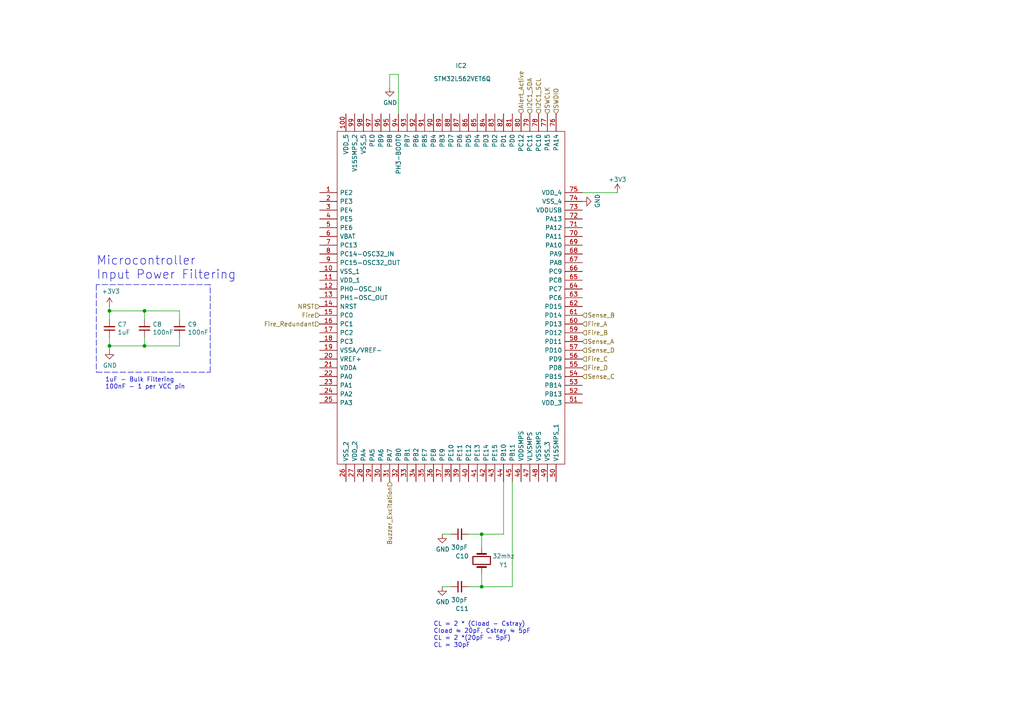
<source format=kicad_sch>
(kicad_sch (version 20211123) (generator eeschema)
  (paper "A4")
  (title_block (date "2021-10-05") (rev "v1.0.3"))
  (lib_symbols
    (symbol "Charges_KiCAD_Project-rescue:STM32L562VET6Q-SamacSys_Parts" (pin_names (offset 0.762))
      (property "Reference" "IC" (at 72.39 22.86 0))
      (property "Value" "STM32L562VET6Q-SamacSys_Parts" (at 72.39 20.32 0))
      (symbol "STM32L562VET6Q-SamacSys_Parts_0_0"
        (pin passive line (at 0 0 0) (length 5.08) (name "PE2") (number "1"))
        (pin passive line (at 0 -22.86 0) (length 5.08) (name "VSS_1") (number "10"))
        (pin passive line (at 7.62 22.86 270) (length 5.08) (name "VDD_5") (number "100"))
        (pin passive line (at 0 -25.4 0) (length 5.08) (name "VDD_1") (number "11"))
        (pin passive line (at 0 -27.94 0) (length 5.08) (name "PH0-OSC_IN") (number "12"))
        (pin passive line (at 0 -30.48 0) (length 5.08) (name "PH1-OSC_OUT") (number "13"))
        (pin passive line (at 0 -33.02 0) (length 5.08) (name "NRST") (number "14"))
        (pin passive line (at 0 -35.56 0) (length 5.08) (name "PC0") (number "15"))
        (pin passive line (at 0 -38.1 0) (length 5.08) (name "PC1") (number "16"))
        (pin passive line (at 0 -40.64 0) (length 5.08) (name "PC2") (number "17"))
        (pin passive line (at 0 -43.18 0) (length 5.08) (name "PC3") (number "18"))
        (pin passive line (at 0 -45.72 0) (length 5.08) (name "VSSA/VREF-") (number "19"))
        (pin passive line (at 0 -2.54 0) (length 5.08) (name "PE3") (number "2"))
        (pin passive line (at 0 -48.26 0) (length 5.08) (name "VREF+") (number "20"))
        (pin passive line (at 0 -50.8 0) (length 5.08) (name "VDDA") (number "21"))
        (pin passive line (at 0 -53.34 0) (length 5.08) (name "PA0") (number "22"))
        (pin passive line (at 0 -55.88 0) (length 5.08) (name "PA1") (number "23"))
        (pin passive line (at 0 -58.42 0) (length 5.08) (name "PA2") (number "24"))
        (pin passive line (at 0 -60.96 0) (length 5.08) (name "PA3") (number "25"))
        (pin passive line (at 7.62 -83.82 90) (length 5.08) (name "VSS_2") (number "26"))
        (pin passive line (at 10.16 -83.82 90) (length 5.08) (name "VDD_2") (number "27"))
        (pin passive line (at 12.7 -83.82 90) (length 5.08) (name "PA4") (number "28"))
        (pin passive line (at 15.24 -83.82 90) (length 5.08) (name "PA5") (number "29"))
        (pin passive line (at 0 -5.08 0) (length 5.08) (name "PE4") (number "3"))
        (pin passive line (at 17.78 -83.82 90) (length 5.08) (name "PA6") (number "30"))
        (pin passive line (at 20.32 -83.82 90) (length 5.08) (name "PA7") (number "31"))
        (pin passive line (at 22.86 -83.82 90) (length 5.08) (name "PB0") (number "32"))
        (pin passive line (at 25.4 -83.82 90) (length 5.08) (name "PB1") (number "33"))
        (pin passive line (at 27.94 -83.82 90) (length 5.08) (name "PB2") (number "34"))
        (pin passive line (at 30.48 -83.82 90) (length 5.08) (name "PE7") (number "35"))
        (pin passive line (at 33.02 -83.82 90) (length 5.08) (name "PE8") (number "36"))
        (pin passive line (at 35.56 -83.82 90) (length 5.08) (name "PE9") (number "37"))
        (pin passive line (at 38.1 -83.82 90) (length 5.08) (name "PE10") (number "38"))
        (pin passive line (at 40.64 -83.82 90) (length 5.08) (name "PE11") (number "39"))
        (pin passive line (at 0 -7.62 0) (length 5.08) (name "PE5") (number "4"))
        (pin passive line (at 43.18 -83.82 90) (length 5.08) (name "PE12") (number "40"))
        (pin passive line (at 45.72 -83.82 90) (length 5.08) (name "PE13") (number "41"))
        (pin passive line (at 48.26 -83.82 90) (length 5.08) (name "PE14") (number "42"))
        (pin passive line (at 50.8 -83.82 90) (length 5.08) (name "PE15") (number "43"))
        (pin passive line (at 53.34 -83.82 90) (length 5.08) (name "PB10") (number "44"))
        (pin passive line (at 55.88 -83.82 90) (length 5.08) (name "PB11") (number "45"))
        (pin passive line (at 58.42 -83.82 90) (length 5.08) (name "VDDSMPS") (number "46"))
        (pin passive line (at 60.96 -83.82 90) (length 5.08) (name "VLXSMPS") (number "47"))
        (pin passive line (at 63.5 -83.82 90) (length 5.08) (name "VSSSMPS") (number "48"))
        (pin passive line (at 66.04 -83.82 90) (length 5.08) (name "VSS_3") (number "49"))
        (pin passive line (at 0 -10.16 0) (length 5.08) (name "PE6") (number "5"))
        (pin passive line (at 68.58 -83.82 90) (length 5.08) (name "V15SMPS_1") (number "50"))
        (pin passive line (at 76.2 -60.96 180) (length 5.08) (name "VDD_3") (number "51"))
        (pin passive line (at 76.2 -58.42 180) (length 5.08) (name "PB13") (number "52"))
        (pin passive line (at 76.2 -55.88 180) (length 5.08) (name "PB14") (number "53"))
        (pin passive line (at 76.2 -53.34 180) (length 5.08) (name "PB15") (number "54"))
        (pin passive line (at 76.2 -50.8 180) (length 5.08) (name "PD8") (number "55"))
        (pin passive line (at 76.2 -48.26 180) (length 5.08) (name "PD9") (number "56"))
        (pin passive line (at 76.2 -45.72 180) (length 5.08) (name "PD10") (number "57"))
        (pin passive line (at 76.2 -43.18 180) (length 5.08) (name "PD11") (number "58"))
        (pin passive line (at 76.2 -40.64 180) (length 5.08) (name "PD12") (number "59"))
        (pin passive line (at 0 -12.7 0) (length 5.08) (name "VBAT") (number "6"))
        (pin passive line (at 76.2 -38.1 180) (length 5.08) (name "PD13") (number "60"))
        (pin passive line (at 76.2 -35.56 180) (length 5.08) (name "PD14") (number "61"))
        (pin passive line (at 76.2 -33.02 180) (length 5.08) (name "PD15") (number "62"))
        (pin passive line (at 76.2 -30.48 180) (length 5.08) (name "PC6") (number "63"))
        (pin passive line (at 76.2 -27.94 180) (length 5.08) (name "PC7") (number "64"))
        (pin passive line (at 76.2 -25.4 180) (length 5.08) (name "PC8") (number "65"))
        (pin passive line (at 76.2 -22.86 180) (length 5.08) (name "PC9") (number "66"))
        (pin passive line (at 76.2 -20.32 180) (length 5.08) (name "PA8") (number "67"))
        (pin passive line (at 76.2 -17.78 180) (length 5.08) (name "PA9") (number "68"))
        (pin passive line (at 76.2 -15.24 180) (length 5.08) (name "PA10") (number "69"))
        (pin passive line (at 0 -15.24 0) (length 5.08) (name "PC13") (number "7"))
        (pin passive line (at 76.2 -12.7 180) (length 5.08) (name "PA11") (number "70"))
        (pin passive line (at 76.2 -10.16 180) (length 5.08) (name "PA12") (number "71"))
        (pin passive line (at 76.2 -7.62 180) (length 5.08) (name "PA13") (number "72"))
        (pin passive line (at 76.2 -5.08 180) (length 5.08) (name "VDDUSB") (number "73"))
        (pin passive line (at 76.2 -2.54 180) (length 5.08) (name "VSS_4") (number "74"))
        (pin passive line (at 76.2 0 180) (length 5.08) (name "VDD_4") (number "75"))
        (pin passive line (at 68.58 22.86 270) (length 5.08) (name "PA14") (number "76"))
        (pin passive line (at 66.04 22.86 270) (length 5.08) (name "PA15") (number "77"))
        (pin passive line (at 63.5 22.86 270) (length 5.08) (name "PC10") (number "78"))
        (pin passive line (at 60.96 22.86 270) (length 5.08) (name "PC11") (number "79"))
        (pin passive line (at 0 -17.78 0) (length 5.08) (name "PC14-OSC32_IN") (number "8"))
        (pin passive line (at 58.42 22.86 270) (length 5.08) (name "PC12") (number "80"))
        (pin passive line (at 55.88 22.86 270) (length 5.08) (name "PD0") (number "81"))
        (pin passive line (at 53.34 22.86 270) (length 5.08) (name "PD1") (number "82"))
        (pin passive line (at 50.8 22.86 270) (length 5.08) (name "PD2") (number "83"))
        (pin passive line (at 48.26 22.86 270) (length 5.08) (name "PD3") (number "84"))
        (pin passive line (at 45.72 22.86 270) (length 5.08) (name "PD4") (number "85"))
        (pin passive line (at 43.18 22.86 270) (length 5.08) (name "PD5") (number "86"))
        (pin passive line (at 40.64 22.86 270) (length 5.08) (name "PD6") (number "87"))
        (pin passive line (at 38.1 22.86 270) (length 5.08) (name "PD7") (number "88"))
        (pin passive line (at 35.56 22.86 270) (length 5.08) (name "PB3") (number "89"))
        (pin passive line (at 0 -20.32 0) (length 5.08) (name "PC15-OSC32_OUT") (number "9"))
        (pin passive line (at 33.02 22.86 270) (length 5.08) (name "PB4") (number "90"))
        (pin passive line (at 30.48 22.86 270) (length 5.08) (name "PB5") (number "91"))
        (pin passive line (at 27.94 22.86 270) (length 5.08) (name "PB6") (number "92"))
        (pin passive line (at 25.4 22.86 270) (length 5.08) (name "PB7") (number "93"))
        (pin passive line (at 22.86 22.86 270) (length 5.08) (name "PH3-BOOT0") (number "94"))
        (pin passive line (at 20.32 22.86 270) (length 5.08) (name "PB8") (number "95"))
        (pin passive line (at 17.78 22.86 270) (length 5.08) (name "PB9") (number "96"))
        (pin passive line (at 15.24 22.86 270) (length 5.08) (name "PE0") (number "97"))
        (pin passive line (at 12.7 22.86 270) (length 5.08) (name "VSS_5") (number "98"))
        (pin passive line (at 10.16 22.86 270) (length 5.08) (name "V15SMPS_2") (number "99"))
      )
      (symbol "STM32L562VET6Q-SamacSys_Parts_0_1"
        (polyline (pts (xy 5.08 17.78) (xy 71.12 17.78) (xy 71.12 -78.74) (xy 5.08 -78.74) (xy 5.08 17.78)) (stroke (width 0.1524)))
      )
    )
    (symbol "Device:C_Small" (pin_numbers hide) (pin_names (offset 0.254) hide)
      (property "Reference" "C" (at 0.254 1.778 0))
      (property "Value" "C_Small" (at 0.254 -2.032 0))
      (symbol "C_Small_0_1"
        (polyline (pts (xy -1.524 -0.508) (xy 1.524 -0.508)) (stroke (width 0.3302)))
        (polyline (pts (xy -1.524 0.508) (xy 1.524 0.508)) (stroke (width 0.3048)))
      )
      (symbol "C_Small_1_1"
        (pin passive line (at 0 2.54 270) (length 2.032) (name "~") (number "1"))
        (pin passive line (at 0 -2.54 90) (length 2.032) (name "~") (number "2"))
      )
    )
    (symbol "Device:Crystal" (pin_numbers hide) (pin_names (offset 1.016) hide)
      (property "Reference" "Y" (at 0 3.81 0))
      (property "Value" "Crystal" (at 0 -3.81 0))
      (symbol "Crystal_0_1"
        (rectangle (start -1.143 2.54) (end 1.143 -2.54) (stroke (width 0.3048)))
        (polyline (pts (xy -2.54 0) (xy -1.905 0)))
        (polyline (pts (xy -1.905 -1.27) (xy -1.905 1.27)) (stroke (width 0.508)))
        (polyline (pts (xy 1.905 -1.27) (xy 1.905 1.27)) (stroke (width 0.508)))
        (polyline (pts (xy 2.54 0) (xy 1.905 0)))
      )
      (symbol "Crystal_1_1"
        (pin passive line (at -3.81 0 0) (length 1.27) (name "1") (number "1"))
        (pin passive line (at 3.81 0 180) (length 1.27) (name "2") (number "2"))
      )
    )
    (symbol "power:+3.3V" (power) (pin_names (offset 0))
      (property "Value" "+3.3V" (at 0 3.556 0))
      (symbol "+3.3V_0_1"
        (polyline (pts (xy -0.762 1.27) (xy 0 2.54)))
        (polyline (pts (xy 0 0) (xy 0 2.54)))
        (polyline (pts (xy 0 2.54) (xy 0.762 1.27)))
      )
      (symbol "+3.3V_1_1"
        (pin power_in line (at 0 0 90) (length 0) hide (name "+3V3") (number "1"))
      )
    )
    (symbol "power:GND" (power) (pin_names (offset 0))
      (property "Value" "GND" (at 0 -3.81 0))
      (symbol "GND_0_1"
        (polyline (pts (xy 0 0) (xy 0 -1.27) (xy 1.27 -1.27) (xy 0 -2.54) (xy -1.27 -1.27) (xy 0 -1.27)))
      )
      (symbol "GND_1_1"
        (pin power_in line (at 0 0 270) (length 0) hide (name "GND") (number "1"))
      )
    )
  )
  (junction (at 31.75 90.17))
  (junction (at 41.91 90.17))
  (junction (at 139.7 154.94))
  (junction (at 139.7 170.18))
  (junction (at 31.75 100.33))
  (junction (at 41.91 100.33))
  (polyline (pts (xy 27.94 107.95) (xy 60.96 107.95)))
  (wire (pts (xy 31.75 88.9) (xy 31.75 90.17)))
  (wire (pts (xy 41.91 100.33) (xy 52.07 100.33)))
  (wire (pts (xy 52.07 90.17) (xy 52.07 92.71)))
  (polyline (pts (xy 60.96 107.95) (xy 60.96 82.55)))
  (wire (pts (xy 130.81 154.94) (xy 128.27 154.94)))
  (wire (pts (xy 139.7 170.18) (xy 135.89 170.18)))
  (wire (pts (xy 148.59 170.18) (xy 139.7 170.18)))
  (wire (pts (xy 139.7 158.75) (xy 139.7 154.94)))
  (wire (pts (xy 148.59 139.7) (xy 148.59 170.18)))
  (wire (pts (xy 31.75 90.17) (xy 41.91 90.17)))
  (wire (pts (xy 31.75 100.33) (xy 41.91 100.33)))
  (wire (pts (xy 31.75 90.17) (xy 31.75 92.71)))
  (wire (pts (xy 139.7 154.94) (xy 135.89 154.94)))
  (wire (pts (xy 115.57 21.59) (xy 113.03 21.59)))
  (wire (pts (xy 146.05 139.7) (xy 146.05 154.94)))
  (wire (pts (xy 52.07 100.33) (xy 52.07 97.79)))
  (polyline (pts (xy 60.96 82.55) (xy 27.94 82.55)))
  (wire (pts (xy 41.91 90.17) (xy 41.91 92.71)))
  (wire (pts (xy 139.7 166.37) (xy 139.7 170.18)))
  (wire (pts (xy 41.91 97.79) (xy 41.91 100.33)))
  (wire (pts (xy 130.81 170.18) (xy 128.27 170.18)))
  (wire (pts (xy 115.57 33.02) (xy 115.57 21.59)))
  (wire (pts (xy 113.03 25.4) (xy 113.03 21.59)))
  (wire (pts (xy 31.75 101.6) (xy 31.75 100.33)))
  (wire (pts (xy 31.75 100.33) (xy 31.75 97.79)))
  (wire (pts (xy 146.05 154.94) (xy 139.7 154.94)))
  (wire (pts (xy 168.91 55.88) (xy 179.07 55.88)))
  (wire (pts (xy 41.91 90.17) (xy 52.07 90.17)))
  (polyline (pts (xy 27.94 82.55) (xy 27.94 107.95)))
  (text "1uF - Bulk Filtering\n100nF - 1 per VCC pin" (at 30.48 113.03 0) (effects (font (size 1.27 1.27)) (justify left bottom)))
  (text "CL = 2 * (Cload - Cstray)\nCload ≈ 20pF, Cstray ≈ 5pF\nCL = 2 *(20pF - 5pF)\nCL = 30pF" (at 125.73 187.96 0) (effects (font (size 1.27 1.27)) (justify left bottom)))
  (text "Microcontroller\nInput Power Filtering" (at 27.94 81.28 0) (effects (font (size 2.54 2.54)) (justify left bottom)))
  (hierarchical_label "SWDIO" (shape input) (at 161.29 33.02 90))
  (hierarchical_label "Sense_B" (shape input) (at 168.91 91.44 0))
  (hierarchical_label "Fire_A" (shape input) (at 168.91 93.98 0))
  (hierarchical_label "Fire_C" (shape input) (at 168.91 104.14 0))
  (hierarchical_label "Sense_D" (shape input) (at 168.91 101.6 0))
  (hierarchical_label "Sense_C" (shape input) (at 168.91 109.22 0))
  (hierarchical_label "Fire_Redundant" (shape input) (at 92.71 93.98 180))
  (hierarchical_label "NRST" (shape input) (at 92.71 88.9 180))
  (hierarchical_label "Fire" (shape input) (at 92.71 91.44 180))
  (hierarchical_label "Sense_A" (shape input) (at 168.91 99.06 0))
  (hierarchical_label "Buzzer_Excitation" (shape input) (at 113.03 139.7 270))
  (hierarchical_label "SWCLK" (shape input) (at 158.75 33.02 90))
  (hierarchical_label "I2C1_SDA" (shape input) (at 153.67 33.02 90))
  (hierarchical_label "Alert_Active" (shape input) (at 151.13 33.02 90))
  (hierarchical_label "Fire_B" (shape input) (at 168.91 96.52 0))
  (hierarchical_label "I2C1_SCL" (shape input) (at 156.21 33.02 90))
  (hierarchical_label "Fire_D" (shape input) (at 168.91 106.68 0))
  (symbol (lib_id "power:GND") (at 168.91 58.42 90)
    (property "Reference" "#PWR039" (effects hide))
    (property "Value" "GND" (at 173.3042 58.293 0))
  )
  (symbol (lib_id "power:+3.3V") (at 179.07 55.88 0)
    (property "Reference" "#PWR040" (effects hide))
    (property "Value" "+3.3V" (at 179.07 52.07 0))
  )
  (symbol (lib_id "Device:Crystal") (at 139.7 162.56 270)
    (property "Reference" "Y1" (at 146.05 163.83 90))
    (property "Value" "32mhz" (at 146.05 161.29 90))
    (property "Footprint" "Crystal:Crystal_HC49-4H_Vertical" (effects hide))
  )
  (symbol (lib_id "Device:C_Small") (at 133.35 170.18 90)
    (property "Reference" "C11" (at 132.08 176.53 90) (effects (justify right)))
    (property "Value" "30pF" (at 130.81 173.99 90) (effects (justify right)))
    (property "Footprint" "Capacitor_SMD:C_0603_1608Metric_Pad1.08x0.95mm_HandSolder" (effects hide))
  )
  (symbol (lib_id "Device:C_Small") (at 133.35 154.94 90)
    (property "Reference" "C10" (at 132.08 161.29 90) (effects (justify right)))
    (property "Value" "30pF" (at 130.81 158.75 90) (effects (justify right)))
    (property "Footprint" "Capacitor_SMD:C_0603_1608Metric_Pad1.08x0.95mm_HandSolder" (effects hide))
  )
  (symbol (lib_id "power:GND") (at 128.27 154.94 0)
    (property "Reference" "#PWR037" (effects hide))
    (property "Value" "GND" (at 128.397 159.3342 0))
  )
  (symbol (lib_id "power:GND") (at 128.27 170.18 0)
    (property "Reference" "#PWR038" (effects hide))
    (property "Value" "GND" (at 128.397 174.5742 0))
  )
  (symbol (lib_id "power:GND") (at 113.03 25.4 0)
    (property "Reference" "#PWR036" (effects hide))
    (property "Value" "GND" (at 113.157 29.7942 0))
  )
  (symbol (lib_id "Device:C_Small") (at 31.75 95.25 180)
    (property "Reference" "C7" (at 34.0868 94.0816 0) (effects (justify right)))
    (property "Value" "1uF" (at 34.0868 96.393 0) (effects (justify right)))
    (property "Footprint" "Capacitor_SMD:C_0603_1608Metric_Pad1.08x0.95mm_HandSolder" (effects hide))
  )
  (symbol (lib_id "Device:C_Small") (at 41.91 95.25 180)
    (property "Reference" "C8" (at 44.2468 94.0816 0) (effects (justify right)))
    (property "Value" "100nF" (at 44.2468 96.393 0) (effects (justify right)))
    (property "Footprint" "Capacitor_SMD:C_0603_1608Metric_Pad1.08x0.95mm_HandSolder" (effects hide))
  )
  (symbol (lib_id "Device:C_Small") (at 52.07 95.25 180)
    (property "Reference" "C9" (at 54.4068 94.0816 0) (effects (justify right)))
    (property "Value" "100nF" (at 54.4068 96.393 0) (effects (justify right)))
    (property "Footprint" "Capacitor_SMD:C_0603_1608Metric_Pad1.08x0.95mm_HandSolder" (effects hide))
  )
  (symbol (lib_id "power:GND") (at 31.75 101.6 0)
    (property "Reference" "#PWR035" (effects hide))
    (property "Value" "GND" (at 31.877 105.9942 0))
  )
  (symbol (lib_id "power:+3.3V") (at 31.75 88.9 0)
    (property "Reference" "#PWR034" (effects hide))
    (property "Value" "+3.3V" (at 32.131 84.5058 0))
  )
  (symbol (lib_id "Charges_KiCAD_Project-rescue:STM32L562VET6Q-SamacSys_Parts") (at 92.71 55.88 0) (unit 1)
    (property "Reference" "IC2" (at 132.08 19.05 0) (effects (justify left)))
    (property "Value" "STM32L562VET6Q" (at 125.73 22.86 0) (effects (justify left)))
    (property "Footprint" "SamacSys_Parts:QFP50P1600X1600X160-100N" (effects hide))
    (property "Datasheet" "https://www.st.com/resource/en/datasheet/stm32l562ve.pdf" (effects hide))
    (property "Description" "32-bit Microcontrollers - MCU 16/32-BITS MICROS" (effects hide))
    (property "Height" "1.6" (effects hide))
    (property "Mouser Part Number" "511-STM32L562VET6Q" (effects hide))
    (property "Mouser Price/Stock" "https://www.mouser.co.uk/ProductDetail/STMicroelectronics/STM32L562VET6Q?qs=%252B6g0mu59x7LmzZ%252BsHmyBKw%3D%3D" (effects hide))
    (property "Manufacturer_Name" "STMicroelectronics" (effects hide))
    (property "Manufacturer_Part_Number" "STM32L562VET6Q" (effects hide))
  )
)
</source>
